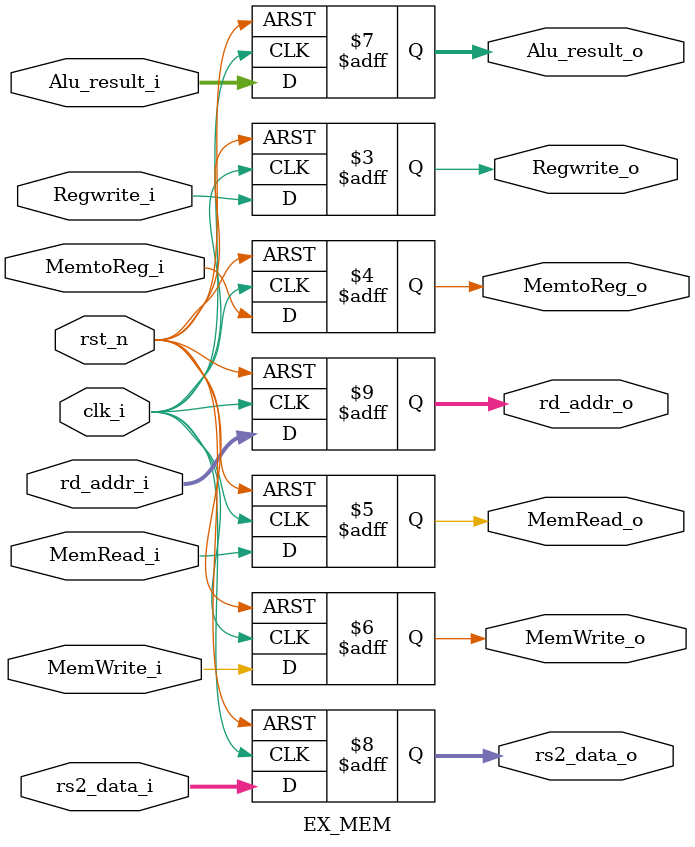
<source format=v>
module EX_MEM
(
    clk_i,
    rst_n,

    Regwrite_i,
    MemtoReg_i,
    MemRead_i,
    MemWrite_i,

    Alu_result_i,
    rs2_data_i,
    rd_addr_i,

    Regwrite_o,
    MemtoReg_o,
    MemRead_o,
    MemWrite_o,
    Alu_result_o,
    rs2_data_o,
    rd_addr_o,
);

// Ports
input               clk_i;
input               rst_n;

input               Regwrite_i;
input               MemtoReg_i;
input               MemRead_i;
input               MemWrite_i;
input   [31:0]      Alu_result_i;
input   [31:0]      rs2_data_i;
input   [4:0]       rd_addr_i;

output reg          Regwrite_o;
output reg          MemtoReg_o;
output reg          MemRead_o;
output reg          MemWrite_o;
output reg [31:0]   Alu_result_o;
output reg [31:0]   rs2_data_o;
output reg [4:0]    rd_addr_o;


always @(posedge clk_i or negedge rst_n) begin
    if (!rst_n) begin
        Regwrite_o      <= 1'b0;
        MemtoReg_o      <= 1'b0;
        MemRead_o       <= 1'b0;
        MemWrite_o      <= 1'b0;
        Alu_result_o    <= 32'b0;
        rs2_data_o      <= 32'b0;
        rd_addr_o       <= 5'b0;
    end
    else begin
        Regwrite_o      <= Regwrite_i;
        MemtoReg_o      <= MemtoReg_i;
        MemRead_o       <= MemRead_i;
        MemWrite_o      <= MemWrite_i;
        Alu_result_o    <= Alu_result_i;
        rs2_data_o      <= rs2_data_i;
        rd_addr_o       <= rd_addr_i;
    end
end

endmodule
</source>
